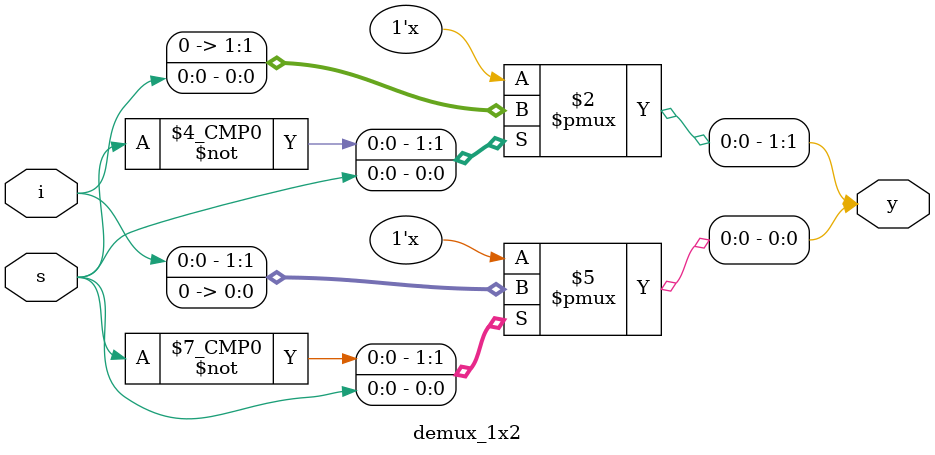
<source format=v>
module demux_1x2 (
    input i,s,output reg [1:0]y
);
  always @(*) begin
    case (s)
       1'b0 : 
       begin
               y[0]=i;y[1]= 1'b0; 
       end

       1'b1 : 
       begin
               y[0]=1'b0;y[1]= i; 
       end

        default: 

        begin
y[0]=1'b0;y[1]= 1'b0; 
        end
    endcase
  end  
endmodule
</source>
